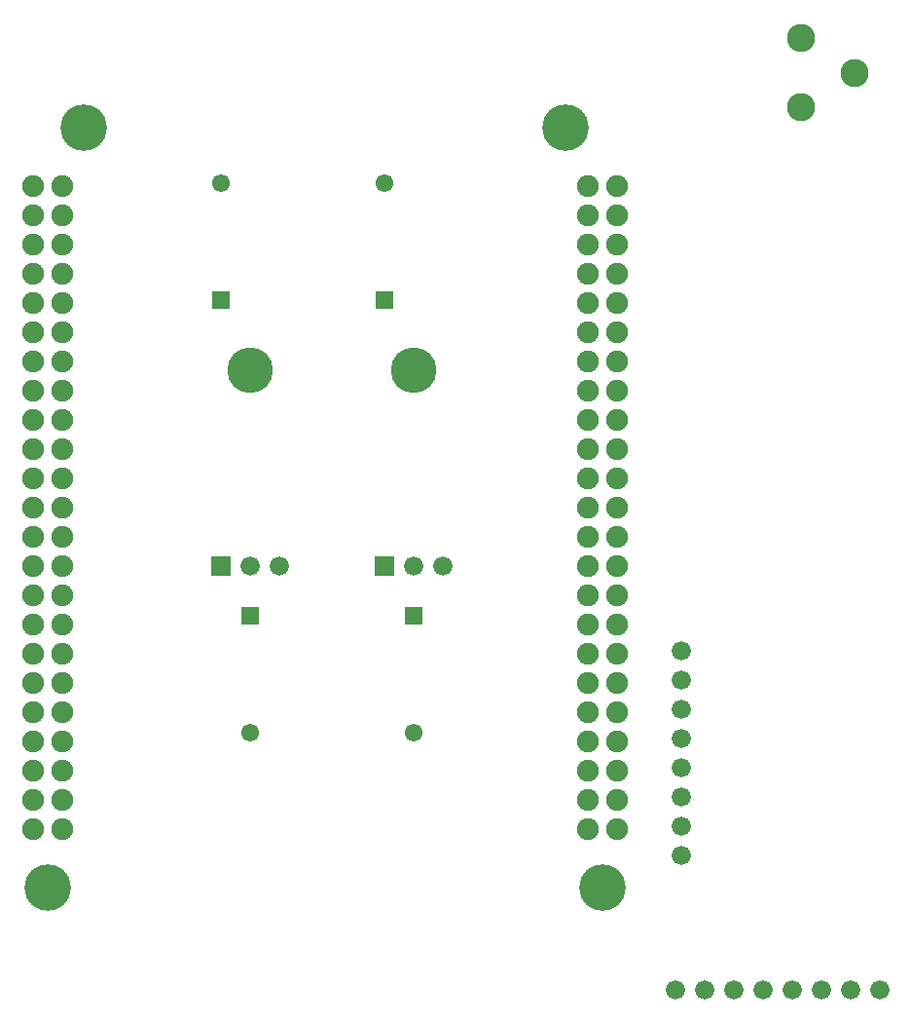
<source format=gbr>
G04 start of page 7 for group -4062 idx -4062 *
G04 Title: Motor Controller, soldermask *
G04 Creator: pcb 4.0.2 *
G04 CreationDate: Wed Aug 19 04:53:54 2020 UTC *
G04 For: kevin *
G04 Format: Gerber/RS-274X *
G04 PCB-Dimensions (mil): 3300.00 3900.00 *
G04 PCB-Coordinate-Origin: lower left *
%MOIN*%
%FSLAX25Y25*%
%LNBOTTOMMASK*%
%ADD64C,0.0660*%
%ADD63C,0.0610*%
%ADD62C,0.0001*%
%ADD61C,0.1560*%
%ADD60C,0.1590*%
%ADD59C,0.0750*%
%ADD58C,0.0960*%
G54D58*X301504Y336811D03*
X283000Y348622D03*
Y325000D03*
G54D59*X210000Y298000D03*
G54D60*X202500Y318000D03*
G54D59*X220000Y298000D03*
Y288000D03*
Y278000D03*
Y268000D03*
Y258000D03*
Y248000D03*
Y238000D03*
G54D61*X150500Y235000D03*
X94500D03*
G54D62*G36*
X137450Y262050D02*Y255950D01*
X143550D01*
Y262050D01*
X137450D01*
G37*
G54D63*X140500Y299000D03*
G54D62*G36*
X81450Y262050D02*Y255950D01*
X87550D01*
Y262050D01*
X81450D01*
G37*
G54D63*X84500Y299000D03*
G54D59*X30000Y298000D03*
Y268000D03*
Y278000D03*
Y288000D03*
X20000Y298000D03*
Y288000D03*
Y248000D03*
Y258000D03*
Y268000D03*
Y278000D03*
X30000Y248000D03*
Y258000D03*
G54D60*X37500Y318000D03*
G54D59*X20000Y178000D03*
X30000D03*
Y188000D03*
X20000D03*
Y198000D03*
Y208000D03*
Y218000D03*
Y228000D03*
Y238000D03*
X30000Y198000D03*
Y208000D03*
Y218000D03*
Y228000D03*
Y238000D03*
X210000Y178000D03*
X220000D03*
X210000Y188000D03*
X220000D03*
X210000Y198000D03*
X220000D03*
X210000Y208000D03*
X220000Y218000D03*
Y228000D03*
Y208000D03*
X210000Y218000D03*
Y228000D03*
Y238000D03*
Y248000D03*
Y258000D03*
Y268000D03*
Y278000D03*
Y288000D03*
G54D62*G36*
X137200Y171300D02*Y164700D01*
X143800D01*
Y171300D01*
X137200D01*
G37*
G36*
X81200D02*Y164700D01*
X87800D01*
Y171300D01*
X81200D01*
G37*
G54D64*X94500Y168000D03*
X104500D03*
X150500D03*
G54D62*G36*
X147450Y154050D02*Y147950D01*
X153550D01*
Y154050D01*
X147450D01*
G37*
G36*
X91450D02*Y147950D01*
X97550D01*
Y154050D01*
X91450D01*
G37*
G54D63*X150500Y111000D03*
X94500D03*
G54D64*X160500Y168000D03*
G54D59*X30000Y78000D03*
X20000D03*
X30000Y88000D03*
G54D60*X25000Y58000D03*
G54D59*X20000Y118000D03*
Y128000D03*
Y138000D03*
Y148000D03*
Y158000D03*
Y168000D03*
Y88000D03*
Y98000D03*
Y108000D03*
X30000Y98000D03*
Y108000D03*
Y118000D03*
Y128000D03*
Y138000D03*
Y148000D03*
Y158000D03*
Y168000D03*
G54D64*X270000Y23000D03*
X260000D03*
X250000D03*
X280000D03*
X310000D03*
X300000D03*
X290000D03*
X240000D03*
X242000Y139000D03*
G54D59*X210000Y128000D03*
Y138000D03*
Y148000D03*
Y158000D03*
Y168000D03*
X220000D03*
Y158000D03*
Y148000D03*
G54D64*X242000Y119000D03*
Y109000D03*
Y99000D03*
Y89000D03*
Y79000D03*
Y69000D03*
G54D59*X220000Y78000D03*
Y88000D03*
X210000D03*
X220000Y108000D03*
G54D60*X215000Y58000D03*
G54D59*X210000Y78000D03*
G54D64*X242000Y129000D03*
G54D59*X210000Y98000D03*
Y108000D03*
Y118000D03*
X220000Y138000D03*
Y128000D03*
Y118000D03*
Y98000D03*
M02*

</source>
